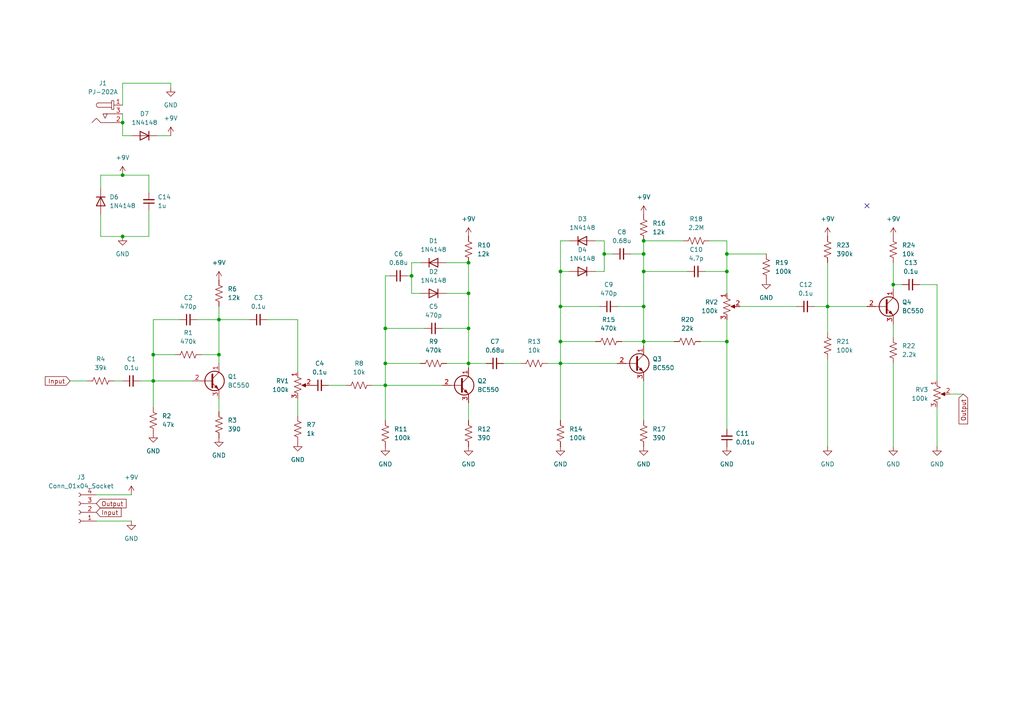
<source format=kicad_sch>
(kicad_sch (version 20250114) (generator "eeschema") (generator_version "9.0")
  (paper "A4")
  (lib_symbols
    (symbol "Connector:Conn_01x04_Socket" (pin_names (offset 1.016) (hide yes))
      (property "Reference" "J" (at 0 5.08 0))
      (property "Value" "Conn_01x04_Socket" (at 0 -7.62 0))
      (symbol "Conn_01x04_Socket_1_1"
        (polyline (pts (xy -1.27 2.54) (xy -0.508 2.54)) (stroke (width 0.1524)))
        (polyline (pts (xy -1.27 0) (xy -0.508 0)) (stroke (width 0.1524)))
        (polyline (pts (xy -1.27 -2.54) (xy -0.508 -2.54)) (stroke (width 0.1524)))
        (polyline (pts (xy -1.27 -5.08) (xy -0.508 -5.08)) (stroke (width 0.1524)))
        (arc (start 0 2.032) (mid -0.5058 2.54) (end 0 3.048) (stroke (width 0.1524)))
        (arc (start 0 -0.508) (mid -0.5058 0) (end 0 0.508) (stroke (width 0.1524)))
        (arc (start 0 -3.048) (mid -0.5058 -2.54) (end 0 -2.032) (stroke (width 0.1524)))
        (arc (start 0 -5.588) (mid -0.5058 -5.08) (end 0 -4.572) (stroke (width 0.1524)))
        (pin passive line (at -5.08 2.54 0) (length 3.81) (name "Pin_1") (number "1"))
        (pin passive line (at -5.08 0 0) (length 3.81) (name "Pin_2") (number "2"))
        (pin passive line (at -5.08 -2.54 0) (length 3.81) (name "Pin_3") (number "3"))
        (pin passive line (at -5.08 -5.08 0) (length 3.81) (name "Pin_4") (number "4"))
      )
    )
    (symbol "Device:C_Small" (pin_numbers (hide yes)) (pin_names (offset 0.254) (hide yes))
      (property "Reference" "C" (at 0.254 1.778 0))
      (property "Value" "C_Small" (at 0.254 -2.032 0))
      (symbol "C_Small_0_1"
        (polyline (pts (xy -1.524 0.508) (xy 1.524 0.508)) (stroke (width 0.3048)))
        (polyline (pts (xy -1.524 -0.508) (xy 1.524 -0.508)) (stroke (width 0.3302)))
      )
      (symbol "C_Small_1_1"
        (pin passive line (at 0 2.54 270) (length 2.032) (name "~") (number "1"))
        (pin passive line (at 0 -2.54 90) (length 2.032) (name "~") (number "2"))
      )
    )
    (symbol "Device:R_Potentiometer_US" (pin_names (offset 1.016) (hide yes))
      (property "Reference" "RV" (at -4.445 0 90))
      (property "Value" "R_Potentiometer_US" (at -2.54 0 90))
      (symbol "R_Potentiometer_US_0_1"
        (polyline (pts (xy 0 2.54) (xy 0 2.286)))
        (polyline (pts (xy 0 2.286) (xy 1.016 1.905) (xy 0 1.524) (xy -1.016 1.143) (xy 0 0.762)))
        (polyline (pts (xy 0 0.762) (xy 1.016 0.381) (xy 0 0) (xy -1.016 -0.381) (xy 0 -0.762)))
        (polyline (pts (xy 0 -0.762) (xy 1.016 -1.143) (xy 0 -1.524) (xy -1.016 -1.905) (xy 0 -2.286)))
        (polyline (pts (xy 0 -2.286) (xy 0 -2.54)))
        (polyline (pts (xy 1.143 0) (xy 2.286 0.508) (xy 2.286 -0.508) (xy 1.143 0)) (fill (type outline)))
        (polyline (pts (xy 2.54 0) (xy 1.524 0)))
      )
      (symbol "R_Potentiometer_US_1_1"
        (pin passive line (at 0 3.81 270) (length 1.27) (name "1") (number "1"))
        (pin passive line (at 0 -3.81 90) (length 1.27) (name "3") (number "3"))
        (pin passive line (at 3.81 0 180) (length 1.27) (name "2") (number "2"))
      )
    )
    (symbol "Device:R_US" (pin_numbers (hide yes)) (pin_names (offset 0))
      (property "Reference" "R" (at 2.54 0 90))
      (property "Value" "R_US" (at -2.54 0 90))
      (symbol "R_US_0_1"
        (polyline (pts (xy 0 2.286) (xy 0 2.54)))
        (polyline (pts (xy 0 2.286) (xy 1.016 1.905) (xy 0 1.524) (xy -1.016 1.143) (xy 0 0.762)))
        (polyline (pts (xy 0 0.762) (xy 1.016 0.381) (xy 0 0) (xy -1.016 -0.381) (xy 0 -0.762)))
        (polyline (pts (xy 0 -0.762) (xy 1.016 -1.143) (xy 0 -1.524) (xy -1.016 -1.905) (xy 0 -2.286)))
        (polyline (pts (xy 0 -2.286) (xy 0 -2.54)))
      )
      (symbol "R_US_1_1"
        (pin passive line (at 0 3.81 270) (length 1.27) (name "~") (number "1"))
        (pin passive line (at 0 -3.81 90) (length 1.27) (name "~") (number "2"))
      )
    )
    (symbol "Diode:1N4148" (pin_numbers (hide yes)) (pin_names (hide yes))
      (property "Reference" "D" (at 0 2.54 0))
      (property "Value" "1N4148" (at 0 -2.54 0))
      (symbol "1N4148_0_1"
        (polyline (pts (xy -1.27 1.27) (xy -1.27 -1.27)) (stroke (width 0.254)))
        (polyline (pts (xy 1.27 1.27) (xy 1.27 -1.27) (xy -1.27 0) (xy 1.27 1.27)) (stroke (width 0.254)))
        (polyline (pts (xy 1.27 0) (xy -1.27 0)))
      )
      (symbol "1N4148_1_1"
        (pin passive line (at -3.81 0 0) (length 2.54) (name "K") (number "1"))
        (pin passive line (at 3.81 0 180) (length 2.54) (name "A") (number "2"))
      )
    )
    (symbol "Transistor_BJT:BC550" (pin_names (offset 0) (hide yes))
      (property "Reference" "Q" (at 5.08 1.905 0))
      (property "Value" "BC550" (at 5.08 0 0))
      (symbol "BC550_0_1"
        (polyline (pts (xy -2.54 0) (xy 0.635 0)))
        (polyline (pts (xy 0.635 1.905) (xy 0.635 -1.905)) (stroke (width 0.508)))
        (circle (center 1.27 0) (radius 2.8194) (stroke (width 0.254)))
      )
      (symbol "BC550_1_1"
        (polyline (pts (xy 0.635 0.635) (xy 2.54 2.54)))
        (polyline (pts (xy 0.635 -0.635) (xy 2.54 -2.54)))
        (polyline (pts (xy 1.27 -1.778) (xy 1.778 -1.27) (xy 2.286 -2.286) (xy 1.27 -1.778)) (fill (type outline)))
        (pin input line (at -5.08 0 0) (length 2.54) (name "B") (number "2"))
        (pin passive line (at 2.54 5.08 270) (length 2.54) (name "C") (number "1"))
        (pin passive line (at 2.54 -5.08 90) (length 2.54) (name "E") (number "3"))
      )
    )
    (symbol "dk_Barrel-Power-Connectors:PJ-202A" (pin_names (offset 1.016))
      (property "Reference" "J" (at 0 2.54 0))
      (property "Value" "PJ-202A" (at 0 -6.35 0))
      (symbol "PJ-202A_1_1"
        (arc (start -4.445 -0.635) (mid -5.08 0) (end -4.445 0.635))
        (polyline (pts (xy -2.54 -2.54) (xy -3.175 -2.54) (xy -2.54 -3.81) (xy -1.905 -2.54) (xy -2.54 -2.54)))
        (rectangle (start -0.635 1.27) (end 0 -1.27))
        (polyline (pts (xy -0.635 0.635) (xy -4.445 0.635)))
        (polyline (pts (xy -0.635 -0.635) (xy -4.445 -0.635)))
        (polyline (pts (xy 0 -2.54) (xy -1.27 -2.54) (xy -2.54 -2.54)))
        (polyline (pts (xy 0 -5.08) (xy -3.81 -5.08) (xy -5.08 -3.81) (xy -6.35 -5.08)))
        (pin passive line (at 2.54 0 180) (length 2.54) (name "~") (number "1"))
        (pin passive line (at 2.54 -2.54 180) (length 2.54) (name "~") (number "3"))
        (pin passive line (at 2.54 -5.08 180) (length 2.54) (name "~") (number "2"))
      )
    )
    (symbol "power:+9V" (power) (pin_numbers (hide yes)) (pin_names (offset 0) (hide yes))
      (property "Value" "+9V" (at 0 3.556 0))
      (symbol "+9V_0_1"
        (polyline (pts (xy -0.762 1.27) (xy 0 2.54)))
        (polyline (pts (xy 0 2.54) (xy 0.762 1.27)))
        (polyline (pts (xy 0 0) (xy 0 2.54)))
      )
      (symbol "+9V_1_1"
        (pin power_in line (at 0 0 90) (length 0) (name "~") (number "1"))
      )
    )
    (symbol "power:GND" (power) (pin_numbers (hide yes)) (pin_names (offset 0) (hide yes))
      (property "Value" "GND" (at 0 -3.81 0))
      (symbol "GND_0_1"
        (polyline (pts (xy 0 0) (xy 0 -1.27) (xy 1.27 -1.27) (xy 0 -2.54) (xy -1.27 -1.27) (xy 0 -1.27)))
      )
      (symbol "GND_1_1"
        (pin power_in line (at 0 0 270) (length 0) (name "~") (number "1"))
      )
    )
  )
  (junction (at 111.76 111.76))
  (junction (at 240.03 88.9))
  (junction (at 186.69 99.06))
  (junction (at 63.5 102.87))
  (junction (at 135.89 85.09))
  (junction (at 35.56 68.58))
  (junction (at 162.56 105.41))
  (junction (at 44.45 102.87))
  (junction (at 210.82 73.66))
  (junction (at 44.45 110.49))
  (junction (at 135.89 105.41))
  (junction (at 186.69 88.9))
  (junction (at 210.82 99.06))
  (junction (at 162.56 99.06))
  (junction (at 186.69 73.66))
  (junction (at 210.82 78.74))
  (junction (at 259.08 82.55))
  (junction (at 111.76 95.25))
  (junction (at 63.5 92.71))
  (junction (at 111.76 105.41))
  (junction (at 35.56 35.56))
  (junction (at 135.89 95.25))
  (junction (at 186.69 78.74))
  (junction (at 175.26 73.66))
  (junction (at 162.56 88.9))
  (junction (at 135.89 76.2))
  (junction (at 119.38 80.01))
  (junction (at 186.69 69.85))
  (junction (at 35.56 50.8))
  (junction (at 162.56 78.74))
  (no_connect (at 251.46 59.69))
  (wire (pts (xy 186.69 78.74) (xy 199.39 78.74)))
  (wire (pts (xy 240.03 88.9) (xy 251.46 88.9)))
  (wire (pts (xy 175.26 73.66) (xy 175.26 78.74)))
  (wire (pts (xy 162.56 105.41) (xy 162.56 121.92)))
  (wire (pts (xy 63.5 102.87) (xy 63.5 105.41)))
  (wire (pts (xy 135.89 76.2) (xy 135.89 85.09)))
  (wire (pts (xy 86.36 92.71) (xy 86.36 107.95)))
  (wire (pts (xy 27.94 143.51) (xy 38.1 143.51)))
  (wire (pts (xy 111.76 95.25) (xy 111.76 105.41)))
  (wire (pts (xy 35.56 30.48) (xy 35.56 24.13)))
  (wire (pts (xy 271.78 82.55) (xy 271.78 110.49)))
  (wire (pts (xy 205.74 69.85) (xy 210.82 69.85)))
  (wire (pts (xy 210.82 73.66) (xy 210.82 78.74)))
  (wire (pts (xy 63.5 115.57) (xy 63.5 119.38)))
  (wire (pts (xy 44.45 110.49) (xy 44.45 118.11)))
  (wire (pts (xy 186.69 99.06) (xy 195.58 99.06)))
  (wire (pts (xy 275.59 114.3) (xy 279.4 114.3)))
  (wire (pts (xy 119.38 80.01) (xy 119.38 76.2)))
  (wire (pts (xy 77.47 92.71) (xy 86.36 92.71)))
  (wire (pts (xy 44.45 102.87) (xy 50.8 102.87)))
  (wire (pts (xy 128.27 111.76) (xy 111.76 111.76)))
  (wire (pts (xy 107.95 111.76) (xy 111.76 111.76)))
  (wire (pts (xy 162.56 69.85) (xy 165.1 69.85)))
  (wire (pts (xy 162.56 99.06) (xy 172.72 99.06)))
  (wire (pts (xy 118.11 80.01) (xy 119.38 80.01)))
  (wire (pts (xy 63.5 88.9) (xy 63.5 92.71)))
  (wire (pts (xy 35.56 39.37) (xy 35.56 35.56)))
  (wire (pts (xy 186.69 88.9) (xy 186.69 99.06)))
  (wire (pts (xy 236.22 88.9) (xy 240.03 88.9)))
  (wire (pts (xy 63.5 92.71) (xy 72.39 92.71)))
  (wire (pts (xy 111.76 95.25) (xy 111.76 80.01)))
  (wire (pts (xy 186.69 69.85) (xy 198.12 69.85)))
  (wire (pts (xy 210.82 78.74) (xy 210.82 85.09)))
  (wire (pts (xy 86.36 115.57) (xy 86.36 120.65)))
  (wire (pts (xy 175.26 69.85) (xy 172.72 69.85)))
  (wire (pts (xy 210.82 69.85) (xy 210.82 73.66)))
  (wire (pts (xy 29.21 50.8) (xy 35.56 50.8)))
  (wire (pts (xy 182.88 73.66) (xy 186.69 73.66)))
  (wire (pts (xy 45.72 39.37) (xy 49.53 39.37)))
  (wire (pts (xy 33.02 110.49) (xy 35.56 110.49)))
  (wire (pts (xy 128.27 95.25) (xy 135.89 95.25)))
  (wire (pts (xy 259.08 82.55) (xy 261.62 82.55)))
  (wire (pts (xy 119.38 76.2) (xy 121.92 76.2)))
  (wire (pts (xy 240.03 88.9) (xy 240.03 96.52)))
  (wire (pts (xy 179.07 105.41) (xy 162.56 105.41)))
  (wire (pts (xy 111.76 80.01) (xy 113.03 80.01)))
  (wire (pts (xy 44.45 110.49) (xy 44.45 102.87)))
  (wire (pts (xy 119.38 80.01) (xy 119.38 85.09)))
  (wire (pts (xy 162.56 88.9) (xy 162.56 99.06)))
  (wire (pts (xy 180.34 99.06) (xy 186.69 99.06)))
  (wire (pts (xy 203.2 99.06) (xy 210.82 99.06)))
  (wire (pts (xy 135.89 105.41) (xy 135.89 106.68)))
  (wire (pts (xy 210.82 78.74) (xy 204.47 78.74)))
  (wire (pts (xy 111.76 95.25) (xy 123.19 95.25)))
  (wire (pts (xy 63.5 92.71) (xy 63.5 102.87)))
  (wire (pts (xy 43.18 68.58) (xy 35.56 68.58)))
  (wire (pts (xy 43.18 60.96) (xy 43.18 68.58)))
  (wire (pts (xy 35.56 39.37) (xy 38.1 39.37)))
  (wire (pts (xy 186.69 69.85) (xy 186.69 73.66)))
  (wire (pts (xy 135.89 105.41) (xy 140.97 105.41)))
  (wire (pts (xy 43.18 55.88) (xy 43.18 50.8)))
  (wire (pts (xy 210.82 92.71) (xy 210.82 99.06)))
  (wire (pts (xy 135.89 85.09) (xy 135.89 95.25)))
  (wire (pts (xy 40.64 110.49) (xy 44.45 110.49)))
  (wire (pts (xy 259.08 82.55) (xy 259.08 83.82)))
  (wire (pts (xy 186.69 73.66) (xy 186.69 78.74)))
  (wire (pts (xy 175.26 73.66) (xy 175.26 69.85)))
  (wire (pts (xy 129.54 105.41) (xy 135.89 105.41)))
  (wire (pts (xy 29.21 54.61) (xy 29.21 50.8)))
  (wire (pts (xy 259.08 93.98) (xy 259.08 97.79)))
  (wire (pts (xy 240.03 129.54) (xy 240.03 104.14)))
  (wire (pts (xy 210.82 99.06) (xy 210.82 124.46)))
  (wire (pts (xy 210.82 73.66) (xy 222.25 73.66)))
  (wire (pts (xy 121.92 85.09) (xy 119.38 85.09)))
  (wire (pts (xy 146.05 105.41) (xy 151.13 105.41)))
  (wire (pts (xy 29.21 68.58) (xy 35.56 68.58)))
  (wire (pts (xy 129.54 85.09) (xy 135.89 85.09)))
  (wire (pts (xy 158.75 105.41) (xy 162.56 105.41)))
  (wire (pts (xy 29.21 62.23) (xy 29.21 68.58)))
  (wire (pts (xy 129.54 76.2) (xy 135.89 76.2)))
  (wire (pts (xy 35.56 24.13) (xy 49.53 24.13)))
  (wire (pts (xy 259.08 129.54) (xy 259.08 105.41)))
  (wire (pts (xy 186.69 110.49) (xy 186.69 121.92)))
  (wire (pts (xy 58.42 102.87) (xy 63.5 102.87)))
  (wire (pts (xy 95.25 111.76) (xy 100.33 111.76)))
  (wire (pts (xy 186.69 78.74) (xy 186.69 88.9)))
  (wire (pts (xy 271.78 118.11) (xy 271.78 129.54)))
  (wire (pts (xy 162.56 78.74) (xy 162.56 88.9)))
  (wire (pts (xy 20.32 110.49) (xy 25.4 110.49)))
  (wire (pts (xy 111.76 105.41) (xy 111.76 111.76)))
  (wire (pts (xy 44.45 110.49) (xy 55.88 110.49)))
  (wire (pts (xy 135.89 95.25) (xy 135.89 105.41)))
  (wire (pts (xy 57.15 92.71) (xy 63.5 92.71)))
  (wire (pts (xy 44.45 92.71) (xy 52.07 92.71)))
  (wire (pts (xy 111.76 111.76) (xy 111.76 121.92)))
  (wire (pts (xy 49.53 24.13) (xy 49.53 25.4)))
  (wire (pts (xy 162.56 69.85) (xy 162.56 78.74)))
  (wire (pts (xy 179.07 88.9) (xy 186.69 88.9)))
  (wire (pts (xy 38.1 151.13) (xy 27.94 151.13)))
  (wire (pts (xy 214.63 88.9) (xy 231.14 88.9)))
  (wire (pts (xy 43.18 50.8) (xy 35.56 50.8)))
  (wire (pts (xy 111.76 105.41) (xy 121.92 105.41)))
  (wire (pts (xy 172.72 78.74) (xy 175.26 78.74)))
  (wire (pts (xy 35.56 33.02) (xy 35.56 35.56)))
  (wire (pts (xy 240.03 88.9) (xy 240.03 76.2)))
  (wire (pts (xy 259.08 76.2) (xy 259.08 82.55)))
  (wire (pts (xy 162.56 88.9) (xy 173.99 88.9)))
  (wire (pts (xy 135.89 116.84) (xy 135.89 121.92)))
  (wire (pts (xy 165.1 78.74) (xy 162.56 78.74)))
  (wire (pts (xy 177.8 73.66) (xy 175.26 73.66)))
  (wire (pts (xy 44.45 92.71) (xy 44.45 102.87)))
  (wire (pts (xy 266.7 82.55) (xy 271.78 82.55)))
  (wire (pts (xy 162.56 99.06) (xy 162.56 105.41)))
  (wire (pts (xy 186.69 99.06) (xy 186.69 100.33)))
  (global_label "Input" (shape input) (at 20.32 110.49 180) (property "Intersheetrefs" "${INTERSHEET_REFS}" (effects (hide yes))))
  (global_label "Input" (shape input) (at 27.94 148.59 0) (property "Intersheetrefs" "${INTERSHEET_REFS}" (effects (hide yes))))
  (global_label "Output" (shape input) (at 279.4 114.3 270) (property "Intersheetrefs" "${INTERSHEET_REFS}" (effects (hide yes))))
  (global_label "Output" (shape input) (at 27.94 146.05 0) (property "Intersheetrefs" "${INTERSHEET_REFS}" (effects (hide yes))))
  (symbol (lib_id "Diode:1N4148") (at 168.91 69.85 0) (unit 1)
    (property "Reference" "D3" (at 168.91 63.5 0))
    (property "Value" "1N4148" (at 168.91 66.04 0))
    (property "Footprint" "Diode_THT:D_DO-35_SOD27_P7.62mm_Horizontal" (effects (hide yes)))
    (property "Datasheet" "https://assets.nexperia.com/documents/data-sheet/1N4148_1N4448.pdf" (effects (hide yes)))
    (property "Description" "100V 0.15A standard switching diode, DO-35" (effects (hide yes)))
    (property "Sim.Device" "D" (effects (hide yes)))
    (property "Sim.Pins" "1=K 2=A" (effects (hide yes)))
  )
  (symbol (lib_id "power:GND") (at 38.1 151.13 0) (unit 1)
    (property "Reference" "#PWR021" (effects (hide yes)))
    (property "Value" "GND" (at 38.1 156.21 0))
    (property "Description" "Power symbol creates a global label with name \"GND\" , ground" (effects (hide yes)))
  )
  (symbol (lib_id "Device:R_Potentiometer_US") (at 210.82 88.9 0) (unit 1)
    (property "Reference" "RV2" (at 208.28 87.6299 0) (effects (justify right)))
    (property "Value" "100k" (at 208.28 90.1699 0) (effects (justify right)))
    (property "Footprint" "Potentiometer_THT:Potentiometer_Bourns_PTV09A-1_Single_Vertical" (effects (hide yes)))
    (property "Description" "Potentiometer, US symbol" (effects (hide yes)))
  )
  (symbol (lib_id "Device:R_US") (at 54.61 102.87 270) (unit 1)
    (property "Reference" "R1" (at 54.61 96.52 90))
    (property "Value" "470k" (at 54.61 99.06 90))
    (property "Footprint" "Resistor_THT:R_Axial_DIN0204_L3.6mm_D1.6mm_P5.08mm_Horizontal" (effects (hide yes)))
    (property "Description" "Resistor, US symbol" (effects (hide yes)))
  )
  (symbol (lib_id "Device:R_US") (at 154.94 105.41 90) (unit 1)
    (property "Reference" "R13" (at 154.94 99.06 90))
    (property "Value" "10k" (at 154.94 101.6 90))
    (property "Footprint" "Resistor_THT:R_Axial_DIN0204_L3.6mm_D1.6mm_P5.08mm_Horizontal" (effects (hide yes)))
    (property "Description" "Resistor, US symbol" (effects (hide yes)))
  )
  (symbol (lib_id "Device:R_Potentiometer_US") (at 271.78 114.3 0) (unit 1)
    (property "Reference" "RV3" (at 269.24 113.0299 0) (effects (justify right)))
    (property "Value" "100k" (at 269.24 115.5699 0) (effects (justify right)))
    (property "Footprint" "Potentiometer_THT:Potentiometer_Bourns_PTV09A-1_Single_Vertical" (effects (hide yes)))
    (property "Description" "Potentiometer, US symbol" (effects (hide yes)))
  )
  (symbol (lib_id "Device:R_US") (at 111.76 125.73 180) (unit 1)
    (property "Reference" "R11" (at 114.3 124.4599 0) (effects (justify right)))
    (property "Value" "100k" (at 114.3 126.9999 0) (effects (justify right)))
    (property "Footprint" "Resistor_THT:R_Axial_DIN0204_L3.6mm_D1.6mm_P5.08mm_Horizontal" (effects (hide yes)))
    (property "Description" "Resistor, US symbol" (effects (hide yes)))
  )
  (symbol (lib_id "power:GND") (at 162.56 129.54 0) (unit 1)
    (property "Reference" "#PWR09" (effects (hide yes)))
    (property "Value" "GND" (at 162.56 134.62 0))
    (property "Description" "Power symbol creates a global label with name \"GND\" , ground" (effects (hide yes)))
  )
  (symbol (lib_id "Diode:1N4148") (at 168.91 78.74 180) (unit 1)
    (property "Reference" "D4" (at 168.91 72.462 0))
    (property "Value" "1N4148" (at 168.91 75.002 0))
    (property "Footprint" "Diode_THT:D_DO-35_SOD27_P7.62mm_Horizontal" (effects (hide yes)))
    (property "Datasheet" "https://assets.nexperia.com/documents/data-sheet/1N4148_1N4448.pdf" (effects (hide yes)))
    (property "Description" "100V 0.15A standard switching diode, DO-35" (effects (hide yes)))
    (property "Sim.Device" "D" (effects (hide yes)))
    (property "Sim.Pins" "1=K 2=A" (effects (hide yes)))
  )
  (symbol (lib_id "Device:R_US") (at 199.39 99.06 270) (unit 1)
    (property "Reference" "R20" (at 199.39 92.71 90))
    (property "Value" "22k" (at 199.39 95.25 90))
    (property "Footprint" "Resistor_THT:R_Axial_DIN0204_L3.6mm_D1.6mm_P5.08mm_Horizontal" (effects (hide yes)))
    (property "Description" "Resistor, US symbol" (effects (hide yes)))
  )
  (symbol (lib_id "Device:R_US") (at 259.08 72.39 0) (unit 1)
    (property "Reference" "R24" (at 261.62 71.1199 0) (effects (justify left)))
    (property "Value" "10k" (at 261.62 73.6599 0) (effects (justify left)))
    (property "Footprint" "Resistor_THT:R_Axial_DIN0204_L3.6mm_D1.6mm_P5.08mm_Horizontal" (effects (hide yes)))
    (property "Description" "Resistor, US symbol" (effects (hide yes)))
  )
  (symbol (lib_id "power:GND") (at 240.03 129.54 0) (unit 1)
    (property "Reference" "#PWR014" (effects (hide yes)))
    (property "Value" "GND" (at 240.03 134.62 0))
    (property "Description" "Power symbol creates a global label with name \"GND\" , ground" (effects (hide yes)))
  )
  (symbol (lib_id "Device:C_Small") (at 201.93 78.74 90) (unit 1)
    (property "Reference" "C10" (at 201.9363 72.39 90))
    (property "Value" "4.7p" (at 201.9363 74.93 90))
    (property "Footprint" "Capacitor_THT:C_Disc_D3.0mm_W2.0mm_P2.50mm" (effects (hide yes)))
    (property "Description" "Unpolarized capacitor, small symbol" (effects (hide yes)))
  )
  (symbol (lib_id "Transistor_BJT:BC550") (at 256.54 88.9 0) (unit 1)
    (property "Reference" "Q4" (at 261.62 87.6299 0) (effects (justify left)))
    (property "Value" "BC550" (at 261.62 90.1699 0) (effects (justify left)))
    (property "Footprint" "Package_TO_SOT_THT:TO-92_Inline" (effects (hide yes)))
    (property "Datasheet" "https://www.onsemi.com/pub/Collateral/BC550-D.pdf" (effects (hide yes)))
    (property "Description" "0.1A Ic, 45V Vce, Small Signal NPN Transistor, TO-92" (effects (hide yes)))
  )
  (symbol (lib_id "Device:C_Small") (at 38.1 110.49 90) (unit 1)
    (property "Reference" "C1" (at 38.1063 104.14 90))
    (property "Value" "0.1u" (at 38.1063 106.68 90))
    (property "Footprint" "Capacitor_THT:C_Disc_D3.0mm_W2.0mm_P2.50mm" (effects (hide yes)))
    (property "Description" "Unpolarized capacitor, small symbol" (effects (hide yes)))
  )
  (symbol (lib_id "Device:R_US") (at 162.56 125.73 180) (unit 1)
    (property "Reference" "R14" (at 165.1 124.4599 0) (effects (justify right)))
    (property "Value" "100k" (at 165.1 126.9999 0) (effects (justify right)))
    (property "Footprint" "Resistor_THT:R_Axial_DIN0204_L3.6mm_D1.6mm_P5.08mm_Horizontal" (effects (hide yes)))
    (property "Description" "Resistor, US symbol" (effects (hide yes)))
  )
  (symbol (lib_id "power:GND") (at 259.08 129.54 0) (unit 1)
    (property "Reference" "#PWR015" (effects (hide yes)))
    (property "Value" "GND" (at 259.08 134.62 0))
    (property "Description" "Power symbol creates a global label with name \"GND\" , ground" (effects (hide yes)))
  )
  (symbol (lib_id "Device:C_Small") (at 125.73 95.25 90) (unit 1)
    (property "Reference" "C5" (at 125.7363 88.9 90))
    (property "Value" "470p" (at 125.7363 91.44 90))
    (property "Footprint" "Capacitor_THT:C_Disc_D3.0mm_W2.0mm_P2.50mm" (effects (hide yes)))
    (property "Description" "Unpolarized capacitor, small symbol" (effects (hide yes)))
  )
  (symbol (lib_id "Diode:1N4148") (at 29.21 58.42 270) (unit 1)
    (property "Reference" "D6" (at 31.75 57.1499 90) (effects (justify left)))
    (property "Value" "1N4148" (at 31.75 59.6899 90) (effects (justify left)))
    (property "Footprint" "Diode_THT:D_DO-35_SOD27_P7.62mm_Horizontal" (effects (hide yes)))
    (property "Datasheet" "https://assets.nexperia.com/documents/data-sheet/1N4148_1N4448.pdf" (effects (hide yes)))
    (property "Description" "100V 0.15A standard switching diode, DO-35" (effects (hide yes)))
    (property "Sim.Device" "D" (effects (hide yes)))
    (property "Sim.Pins" "1=K 2=A" (effects (hide yes)))
  )
  (symbol (lib_id "power:+9V") (at 38.1 143.51 0) (unit 1)
    (property "Reference" "#PWR020" (effects (hide yes)))
    (property "Value" "+9V" (at 38.1 138.43 0))
    (property "Description" "Power symbol creates a global label with name \"+9V\"" (effects (hide yes)))
  )
  (symbol (lib_id "Diode:1N4148") (at 125.73 76.2 0) (unit 1)
    (property "Reference" "D1" (at 125.73 69.85 0))
    (property "Value" "1N4148" (at 125.73 72.39 0))
    (property "Footprint" "Diode_THT:D_DO-35_SOD27_P7.62mm_Horizontal" (effects (hide yes)))
    (property "Datasheet" "https://assets.nexperia.com/documents/data-sheet/1N4148_1N4448.pdf" (effects (hide yes)))
    (property "Description" "100V 0.15A standard switching diode, DO-35" (effects (hide yes)))
    (property "Sim.Device" "D" (effects (hide yes)))
    (property "Sim.Pins" "1=K 2=A" (effects (hide yes)))
  )
  (symbol (lib_id "power:+9V") (at 63.5 81.28 0) (unit 1)
    (property "Reference" "#PWR04" (effects (hide yes)))
    (property "Value" "+9V" (at 63.5 76.2 0))
    (property "Description" "Power symbol creates a global label with name \"+9V\"" (effects (hide yes)))
  )
  (symbol (lib_id "Transistor_BJT:BC550") (at 60.96 110.49 0) (unit 1)
    (property "Reference" "Q1" (at 66.04 109.2199 0) (effects (justify left)))
    (property "Value" "BC550" (at 66.04 111.7599 0) (effects (justify left)))
    (property "Footprint" "Package_TO_SOT_THT:TO-92_Inline" (effects (hide yes)))
    (property "Datasheet" "https://www.onsemi.com/pub/Collateral/BC550-D.pdf" (effects (hide yes)))
    (property "Description" "0.1A Ic, 45V Vce, Small Signal NPN Transistor, TO-92" (effects (hide yes)))
  )
  (symbol (lib_id "power:+9V") (at 135.89 68.58 0) (unit 1)
    (property "Reference" "#PWR08" (effects (hide yes)))
    (property "Value" "+9V" (at 135.89 63.5 0))
    (property "Description" "Power symbol creates a global label with name \"+9V\"" (effects (hide yes)))
  )
  (symbol (lib_id "Device:R_US") (at 176.53 99.06 90) (unit 1)
    (property "Reference" "R15" (at 176.53 92.71 90))
    (property "Value" "470k" (at 176.53 95.25 90))
    (property "Footprint" "Resistor_THT:R_Axial_DIN0204_L3.6mm_D1.6mm_P5.08mm_Horizontal" (effects (hide yes)))
    (property "Description" "Resistor, US symbol" (effects (hide yes)))
  )
  (symbol (lib_id "Device:C_Small") (at 74.93 92.71 90) (unit 1)
    (property "Reference" "C3" (at 74.9363 86.36 90))
    (property "Value" "0.1u" (at 74.9363 88.9 90))
    (property "Footprint" "Capacitor_THT:C_Disc_D3.0mm_W2.0mm_P2.50mm" (effects (hide yes)))
    (property "Description" "Unpolarized capacitor, small symbol" (effects (hide yes)))
  )
  (symbol (lib_id "power:GND") (at 35.56 68.58 0) (unit 1)
    (property "Reference" "#PWR019" (effects (hide yes)))
    (property "Value" "GND" (at 35.56 73.66 0))
    (property "Description" "Power symbol creates a global label with name \"GND\" , ground" (effects (hide yes)))
  )
  (symbol (lib_id "Device:C_Small") (at 180.34 73.66 90) (unit 1)
    (property "Reference" "C8" (at 180.3463 67.31 90))
    (property "Value" "0.68u" (at 180.3463 69.85 90))
    (property "Footprint" "Capacitor_THT:C_Disc_D3.0mm_W2.0mm_P2.50mm" (effects (hide yes)))
    (property "Description" "Unpolarized capacitor, small symbol" (effects (hide yes)))
  )
  (symbol (lib_id "Device:R_US") (at 29.21 110.49 270) (unit 1)
    (property "Reference" "R4" (at 29.21 104.14 90))
    (property "Value" "39k" (at 29.21 106.68 90))
    (property "Footprint" "Resistor_THT:R_Axial_DIN0204_L3.6mm_D1.6mm_P5.08mm_Horizontal" (effects (hide yes)))
    (property "Description" "Resistor, US symbol" (effects (hide yes)))
  )
  (symbol (lib_id "power:GND") (at 44.45 125.73 0) (unit 1)
    (property "Reference" "#PWR02" (effects (hide yes)))
    (property "Value" "GND" (at 44.45 130.81 0))
    (property "Description" "Power symbol creates a global label with name \"GND\" , ground" (effects (hide yes)))
  )
  (symbol (lib_id "power:GND") (at 111.76 129.54 0) (unit 1)
    (property "Reference" "#PWR06" (effects (hide yes)))
    (property "Value" "GND" (at 111.76 134.62 0))
    (property "Description" "Power symbol creates a global label with name \"GND\" , ground" (effects (hide yes)))
  )
  (symbol (lib_id "Device:R_Potentiometer_US") (at 86.36 111.76 0) (unit 1)
    (property "Reference" "RV1" (at 83.82 110.4899 0) (effects (justify right)))
    (property "Value" "100k" (at 83.82 113.0299 0) (effects (justify right)))
    (property "Footprint" "Potentiometer_THT:Potentiometer_Bourns_PTV09A-1_Single_Vertical" (effects (hide yes)))
    (property "Description" "Potentiometer, US symbol" (effects (hide yes)))
  )
  (symbol (lib_id "power:GND") (at 210.82 129.54 0) (unit 1)
    (property "Reference" "#PWR012" (effects (hide yes)))
    (property "Value" "GND" (at 210.82 134.62 0))
    (property "Description" "Power symbol creates a global label with name \"GND\" , ground" (effects (hide yes)))
  )
  (symbol (lib_id "Connector:Conn_01x04_Socket") (at 22.86 148.59 180) (unit 1)
    (property "Reference" "J3" (at 23.495 138.43 0))
    (property "Value" "Conn_01x04_Socket" (at 23.495 140.97 0))
    (property "Footprint" "Connector_PinHeader_2.00mm:PinHeader_1x04_P2.00mm_Vertical" (effects (hide yes)))
    (property "Description" "Generic connector, single row, 01x04, script generated" (effects (hide yes)))
  )
  (symbol (lib_id "power:+9V") (at 49.53 39.37 0) (unit 1)
    (property "Reference" "#PWR022" (effects (hide yes)))
    (property "Value" "+9V" (at 49.53 34.29 0))
    (property "Description" "Power symbol creates a global label with name \"+9V\"" (effects (hide yes)))
  )
  (symbol (lib_id "Device:R_US") (at 240.03 100.33 0) (unit 1)
    (property "Reference" "R21" (at 242.57 99.0599 0) (effects (justify left)))
    (property "Value" "100k" (at 242.57 101.5999 0) (effects (justify left)))
    (property "Footprint" "Resistor_THT:R_Axial_DIN0204_L3.6mm_D1.6mm_P5.08mm_Horizontal" (effects (hide yes)))
    (property "Description" "Resistor, US symbol" (effects (hide yes)))
  )
  (symbol (lib_id "power:GND") (at 135.89 129.54 0) (unit 1)
    (property "Reference" "#PWR07" (effects (hide yes)))
    (property "Value" "GND" (at 135.89 134.62 0))
    (property "Description" "Power symbol creates a global label with name \"GND\" , ground" (effects (hide yes)))
  )
  (symbol (lib_id "power:GND") (at 86.36 128.27 0) (unit 1)
    (property "Reference" "#PWR05" (effects (hide yes)))
    (property "Value" "GND" (at 86.36 133.35 0))
    (property "Description" "Power symbol creates a global label with name \"GND\" , ground" (effects (hide yes)))
  )
  (symbol (lib_id "Diode:1N4148") (at 41.91 39.37 0) (mirror y) (unit 1)
    (property "Reference" "D7" (at 41.91 33.02 0))
    (property "Value" "1N4148" (at 41.91 35.56 0))
    (property "Footprint" "Diode_THT:D_DO-35_SOD27_P7.62mm_Horizontal" (effects (hide yes)))
    (property "Datasheet" "https://assets.nexperia.com/documents/data-sheet/1N4148_1N4448.pdf" (effects (hide yes)))
    (property "Description" "100V 0.15A standard switching diode, DO-35" (effects (hide yes)))
    (property "Sim.Device" "D" (effects (hide yes)))
    (property "Sim.Pins" "1=K 2=A" (effects (hide yes)))
  )
  (symbol (lib_id "Device:R_US") (at 44.45 121.92 0) (unit 1)
    (property "Reference" "R2" (at 46.99 120.6499 0) (effects (justify left)))
    (property "Value" "47k" (at 46.99 123.1899 0) (effects (justify left)))
    (property "Footprint" "Resistor_THT:R_Axial_DIN0204_L3.6mm_D1.6mm_P5.08mm_Horizontal" (effects (hide yes)))
    (property "Description" "Resistor, US symbol" (effects (hide yes)))
  )
  (symbol (lib_id "Diode:1N4148") (at 125.73 85.09 180) (unit 1)
    (property "Reference" "D2" (at 125.73 78.812 0))
    (property "Value" "1N4148" (at 125.73 81.352 0))
    (property "Footprint" "Diode_THT:D_DO-35_SOD27_P7.62mm_Horizontal" (effects (hide yes)))
    (property "Datasheet" "https://assets.nexperia.com/documents/data-sheet/1N4148_1N4448.pdf" (effects (hide yes)))
    (property "Description" "100V 0.15A standard switching diode, DO-35" (effects (hide yes)))
    (property "Sim.Device" "D" (effects (hide yes)))
    (property "Sim.Pins" "1=K 2=A" (effects (hide yes)))
  )
  (symbol (lib_id "Device:R_US") (at 63.5 85.09 0) (unit 1)
    (property "Reference" "R6" (at 66.04 83.8199 0) (effects (justify left)))
    (property "Value" "12k" (at 66.04 86.3599 0) (effects (justify left)))
    (property "Footprint" "Resistor_THT:R_Axial_DIN0204_L3.6mm_D1.6mm_P5.08mm_Horizontal" (effects (hide yes)))
    (property "Description" "Resistor, US symbol" (effects (hide yes)))
  )
  (symbol (lib_id "power:GND") (at 49.53 25.4 0) (unit 1)
    (property "Reference" "#PWR023" (effects (hide yes)))
    (property "Value" "GND" (at 49.53 30.48 0))
    (property "Description" "Power symbol creates a global label with name \"GND\" , ground" (effects (hide yes)))
  )
  (symbol (lib_id "Transistor_BJT:BC550") (at 184.15 105.41 0) (unit 1)
    (property "Reference" "Q3" (at 189.23 104.1399 0) (effects (justify left)))
    (property "Value" "BC550" (at 189.23 106.6799 0) (effects (justify left)))
    (property "Footprint" "Package_TO_SOT_THT:TO-92_Inline" (effects (hide yes)))
    (property "Datasheet" "https://www.onsemi.com/pub/Collateral/BC550-D.pdf" (effects (hide yes)))
    (property "Description" "0.1A Ic, 45V Vce, Small Signal NPN Transistor, TO-92" (effects (hide yes)))
  )
  (symbol (lib_id "Device:C_Small") (at 92.71 111.76 90) (unit 1)
    (property "Reference" "C4" (at 92.7163 105.41 90))
    (property "Value" "0.1u" (at 92.7163 107.95 90))
    (property "Footprint" "Capacitor_THT:C_Disc_D3.0mm_W2.0mm_P2.50mm" (effects (hide yes)))
    (property "Description" "Unpolarized capacitor, small symbol" (effects (hide yes)))
  )
  (symbol (lib_id "Device:R_US") (at 104.14 111.76 90) (unit 1)
    (property "Reference" "R8" (at 104.14 105.41 90))
    (property "Value" "10k" (at 104.14 107.95 90))
    (property "Footprint" "Resistor_THT:R_Axial_DIN0204_L3.6mm_D1.6mm_P5.08mm_Horizontal" (effects (hide yes)))
    (property "Description" "Resistor, US symbol" (effects (hide yes)))
  )
  (symbol (lib_id "Device:R_US") (at 201.93 69.85 270) (unit 1)
    (property "Reference" "R18" (at 201.93 63.5 90))
    (property "Value" "2.2M" (at 201.93 66.04 90))
    (property "Footprint" "Resistor_THT:R_Axial_DIN0204_L3.6mm_D1.6mm_P5.08mm_Horizontal" (effects (hide yes)))
    (property "Description" "Resistor, US symbol" (effects (hide yes)))
  )
  (symbol (lib_id "power:+9V") (at 35.56 50.8 0) (unit 1)
    (property "Reference" "#PWR01" (effects (hide yes)))
    (property "Value" "+9V" (at 35.56 45.72 0))
    (property "Description" "Power symbol creates a global label with name \"+9V\"" (effects (hide yes)))
  )
  (symbol (lib_id "Device:C_Small") (at 54.61 92.71 90) (unit 1)
    (property "Reference" "C2" (at 54.6163 86.36 90))
    (property "Value" "470p" (at 54.6163 88.9 90))
    (property "Footprint" "Capacitor_THT:C_Disc_D3.0mm_W2.0mm_P2.50mm" (effects (hide yes)))
    (property "Description" "Unpolarized capacitor, small symbol" (effects (hide yes)))
  )
  (symbol (lib_id "power:+9V") (at 259.08 68.58 0) (unit 1)
    (property "Reference" "#PWR018" (effects (hide yes)))
    (property "Value" "+9V" (at 259.08 63.5 0))
    (property "Description" "Power symbol creates a global label with name \"+9V\"" (effects (hide yes)))
  )
  (symbol (lib_id "power:GND") (at 271.78 129.54 0) (unit 1)
    (property "Reference" "#PWR016" (effects (hide yes)))
    (property "Value" "GND" (at 271.78 134.62 0))
    (property "Description" "Power symbol creates a global label with name \"GND\" , ground" (effects (hide yes)))
  )
  (symbol (lib_id "Device:C_Small") (at 210.82 127 180) (unit 1)
    (property "Reference" "C11" (at 213.36 125.7235 0) (effects (justify right)))
    (property "Value" "0.01u" (at 213.36 128.2635 0) (effects (justify right)))
    (property "Footprint" "Capacitor_THT:C_Disc_D3.0mm_W2.0mm_P2.50mm" (effects (hide yes)))
    (property "Description" "Unpolarized capacitor, small symbol" (effects (hide yes)))
  )
  (symbol (lib_id "Device:C_Small") (at 115.57 80.01 90) (unit 1)
    (property "Reference" "C6" (at 115.5763 73.66 90))
    (property "Value" "0.68u" (at 115.5763 76.2 90))
    (property "Footprint" "Capacitor_THT:C_Disc_D3.0mm_W2.0mm_P2.50mm" (effects (hide yes)))
    (property "Description" "Unpolarized capacitor, small symbol" (effects (hide yes)))
  )
  (symbol (lib_id "power:GND") (at 63.5 127 0) (unit 1)
    (property "Reference" "#PWR03" (effects (hide yes)))
    (property "Value" "GND" (at 63.5 132.08 0))
    (property "Description" "Power symbol creates a global label with name \"GND\" , ground" (effects (hide yes)))
  )
  (symbol (lib_id "Device:C_Small") (at 143.51 105.41 90) (unit 1)
    (property "Reference" "C7" (at 143.5163 99.06 90))
    (property "Value" "0.68u" (at 143.5163 101.6 90))
    (property "Footprint" "Capacitor_THT:C_Disc_D3.0mm_W2.0mm_P2.50mm" (effects (hide yes)))
    (property "Description" "Unpolarized capacitor, small symbol" (effects (hide yes)))
  )
  (symbol (lib_id "Transistor_BJT:BC550") (at 133.35 111.76 0) (unit 1)
    (property "Reference" "Q2" (at 138.43 110.4899 0) (effects (justify left)))
    (property "Value" "BC550" (at 138.43 113.0299 0) (effects (justify left)))
    (property "Footprint" "Package_TO_SOT_THT:TO-92_Inline" (effects (hide yes)))
    (property "Datasheet" "https://www.onsemi.com/pub/Collateral/BC550-D.pdf" (effects (hide yes)))
    (property "Description" "0.1A Ic, 45V Vce, Small Signal NPN Transistor, TO-92" (effects (hide yes)))
  )
  (symbol (lib_id "Device:C_Small") (at 233.68 88.9 90) (unit 1)
    (property "Reference" "C12" (at 233.6863 82.55 90))
    (property "Value" "0.1u" (at 233.6863 85.09 90))
    (property "Footprint" "Capacitor_THT:C_Disc_D3.0mm_W2.0mm_P2.50mm" (effects (hide yes)))
    (property "Description" "Unpolarized capacitor, small symbol" (effects (hide yes)))
  )
  (symbol (lib_id "Device:R_US") (at 240.03 72.39 0) (unit 1)
    (property "Reference" "R23" (at 242.57 71.1199 0) (effects (justify left)))
    (property "Value" "390k" (at 242.57 73.6599 0) (effects (justify left)))
    (property "Footprint" "Resistor_THT:R_Axial_DIN0204_L3.6mm_D1.6mm_P5.08mm_Horizontal" (effects (hide yes)))
    (property "Description" "Resistor, US symbol" (effects (hide yes)))
  )
  (symbol (lib_id "Device:R_US") (at 63.5 123.19 0) (unit 1)
    (property "Reference" "R3" (at 66.04 121.9199 0) (effects (justify left)))
    (property "Value" "390" (at 66.04 124.4599 0) (effects (justify left)))
    (property "Footprint" "Resistor_THT:R_Axial_DIN0204_L3.6mm_D1.6mm_P5.08mm_Horizontal" (effects (hide yes)))
    (property "Description" "Resistor, US symbol" (effects (hide yes)))
  )
  (symbol (lib_id "Device:C_Small") (at 264.16 82.55 90) (unit 1)
    (property "Reference" "C13" (at 264.1663 76.2 90))
    (property "Value" "0.1u" (at 264.1663 78.74 90))
    (property "Footprint" "Capacitor_THT:C_Disc_D3.0mm_W2.0mm_P2.50mm" (effects (hide yes)))
    (property "Description" "Unpolarized capacitor, small symbol" (effects (hide yes)))
  )
  (symbol (lib_id "power:+9V") (at 240.03 68.58 0) (unit 1)
    (property "Reference" "#PWR017" (effects (hide yes)))
    (property "Value" "+9V" (at 240.03 63.5 0))
    (property "Description" "Power symbol creates a global label with name \"+9V\"" (effects (hide yes)))
  )
  (symbol (lib_id "power:GND") (at 186.69 129.54 0) (unit 1)
    (property "Reference" "#PWR011" (effects (hide yes)))
    (property "Value" "GND" (at 186.69 134.62 0))
    (property "Description" "Power symbol creates a global label with name \"GND\" , ground" (effects (hide yes)))
  )
  (symbol (lib_id "Device:C_Small") (at 176.53 88.9 90) (unit 1)
    (property "Reference" "C9" (at 176.5363 82.55 90))
    (property "Value" "470p" (at 176.5363 85.09 90))
    (property "Footprint" "Capacitor_THT:C_Disc_D3.0mm_W2.0mm_P2.50mm" (effects (hide yes)))
    (property "Description" "Unpolarized capacitor, small symbol" (effects (hide yes)))
  )
  (symbol (lib_id "Device:R_US") (at 86.36 124.46 0) (unit 1)
    (property "Reference" "R7" (at 88.9 123.1899 0) (effects (justify left)))
    (property "Value" "1k" (at 88.9 125.7299 0) (effects (justify left)))
    (property "Footprint" "Resistor_THT:R_Axial_DIN0204_L3.6mm_D1.6mm_P5.08mm_Horizontal" (effects (hide yes)))
    (property "Description" "Resistor, US symbol" (effects (hide yes)))
  )
  (symbol (lib_id "Device:R_US") (at 186.69 66.04 180) (unit 1)
    (property "Reference" "R16" (at 189.23 64.7699 0) (effects (justify right)))
    (property "Value" "12k" (at 189.23 67.3099 0) (effects (justify right)))
    (property "Footprint" "Resistor_THT:R_Axial_DIN0204_L3.6mm_D1.6mm_P5.08mm_Horizontal" (effects (hide yes)))
    (property "Description" "Resistor, US symbol" (effects (hide yes)))
  )
  (symbol (lib_id "Device:C_Small") (at 43.18 58.42 180) (unit 1)
    (property "Reference" "C14" (at 45.72 57.1435 0) (effects (justify right)))
    (property "Value" "1u" (at 45.72 59.6835 0) (effects (justify right)))
    (property "Footprint" "Capacitor_THT:C_Disc_D3.0mm_W2.0mm_P2.50mm" (effects (hide yes)))
    (property "Description" "Unpolarized capacitor, small symbol" (effects (hide yes)))
  )
  (symbol (lib_id "dk_Barrel-Power-Connectors:PJ-202A") (at 33.02 30.48 0) (unit 1)
    (property "Reference" "J1" (at 29.845 24.13 0))
    (property "Value" "PJ-202A" (at 29.845 26.67 0))
    (property "Footprint" "Connector_BarrelJack:BarrelJack_GCT_DCJ200-10-A_Horizontal" (effects (hide yes)))
    (property "Datasheet" "https://www.cui.com/product/resource/digikeypdf/pj-202a.pdf" (effects (hide yes)))
    (property "Description" "CONN PWR JACK 2X5.5MM KINKED PIN" (effects (hide yes)))
    (property "Digi-Key_PN" "CP-202A-ND" (effects (hide yes)))
    (property "MPN" "PJ-202A" (effects (hide yes)))
    (property "Category" "Connectors, Interconnects" (effects (hide yes)))
    (property "Family" "Barrel - Power Connectors" (effects (hide yes)))
    (property "DK_Datasheet_Link" "https://www.cui.com/product/resource/digikeypdf/pj-202a.pdf" (effects (hide yes)))
    (property "DK_Detail_Page" "/product-detail/en/cui-inc/PJ-202A/CP-202A-ND/252007" (effects (hide yes)))
    (property "Description_1" "CONN PWR JACK 2X5.5MM KINKED PIN" (effects (hide yes)))
    (property "Manufacturer" "CUI Inc." (effects (hide yes)))
    (property "Status" "Active" (effects (hide yes)))
  )
  (symbol (lib_id "Device:R_US") (at 135.89 72.39 180) (unit 1)
    (property "Reference" "R10" (at 138.43 71.1199 0) (effects (justify right)))
    (property "Value" "12k" (at 138.43 73.6599 0) (effects (justify right)))
    (property "Footprint" "Resistor_THT:R_Axial_DIN0204_L3.6mm_D1.6mm_P5.08mm_Horizontal" (effects (hide yes)))
    (property "Description" "Resistor, US symbol" (effects (hide yes)))
  )
  (symbol (lib_id "Device:R_US") (at 135.89 125.73 180) (unit 1)
    (property "Reference" "R12" (at 138.43 124.4599 0) (effects (justify right)))
    (property "Value" "390" (at 138.43 126.9999 0) (effects (justify right)))
    (property "Footprint" "Resistor_THT:R_Axial_DIN0204_L3.6mm_D1.6mm_P5.08mm_Horizontal" (effects (hide yes)))
    (property "Description" "Resistor, US symbol" (effects (hide yes)))
  )
  (symbol (lib_id "power:+9V") (at 186.69 62.23 0) (unit 1)
    (property "Reference" "#PWR010" (effects (hide yes)))
    (property "Value" "+9V" (at 186.69 57.15 0))
    (property "Description" "Power symbol creates a global label with name \"+9V\"" (effects (hide yes)))
  )
  (symbol (lib_id "power:GND") (at 222.25 81.28 0) (unit 1)
    (property "Reference" "#PWR013" (effects (hide yes)))
    (property "Value" "GND" (at 222.25 86.36 0))
    (property "Description" "Power symbol creates a global label with name \"GND\" , ground" (effects (hide yes)))
  )
  (symbol (lib_id "Device:R_US") (at 259.08 101.6 0) (unit 1)
    (property "Reference" "R22" (at 261.62 100.3299 0) (effects (justify left)))
    (property "Value" "2.2k" (at 261.62 102.8699 0) (effects (justify left)))
    (property "Footprint" "Resistor_THT:R_Axial_DIN0204_L3.6mm_D1.6mm_P5.08mm_Horizontal" (effects (hide yes)))
    (property "Description" "Resistor, US symbol" (effects (hide yes)))
  )
  (symbol (lib_id "Device:R_US") (at 222.25 77.47 0) (unit 1)
    (property "Reference" "R19" (at 224.79 76.1999 0) (effects (justify left)))
    (property "Value" "100k" (at 224.79 78.7399 0) (effects (justify left)))
    (property "Footprint" "Resistor_THT:R_Axial_DIN0204_L3.6mm_D1.6mm_P5.08mm_Horizontal" (effects (hide yes)))
    (property "Description" "Resistor, US symbol" (effects (hide yes)))
  )
  (symbol (lib_id "Device:R_US") (at 186.69 125.73 180) (unit 1)
    (property "Reference" "R17" (at 189.23 124.4599 0) (effects (justify right)))
    (property "Value" "390" (at 189.23 126.9999 0) (effects (justify right)))
    (property "Footprint" "Resistor_THT:R_Axial_DIN0204_L3.6mm_D1.6mm_P5.08mm_Horizontal" (effects (hide yes)))
    (property "Description" "Resistor, US symbol" (effects (hide yes)))
  )
  (symbol (lib_id "Device:R_US") (at 125.73 105.41 90) (unit 1)
    (property "Reference" "R9" (at 125.73 99.06 90))
    (property "Value" "470k" (at 125.73 101.6 90))
    (property "Footprint" "Resistor_THT:R_Axial_DIN0204_L3.6mm_D1.6mm_P5.08mm_Horizontal" (effects (hide yes)))
    (property "Description" "Resistor, US symbol" (effects (hide yes)))
  )
)
</source>
